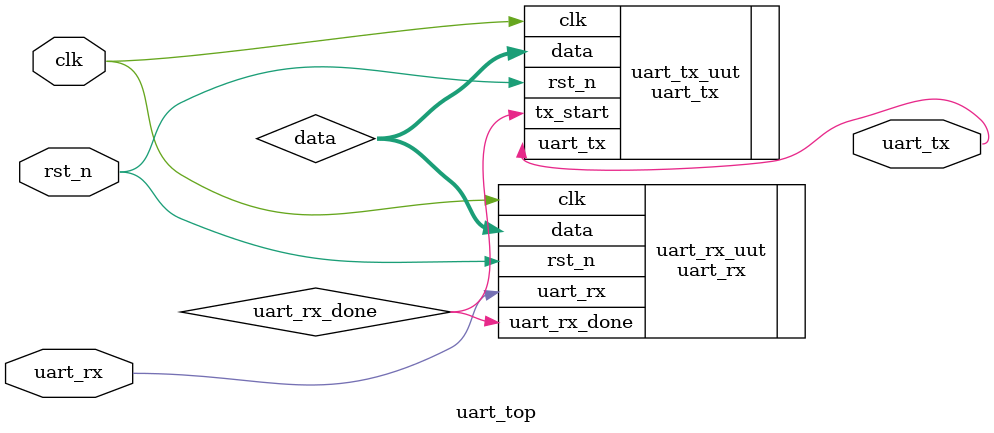
<source format=v>
module uart_top(
    input  clk,
    input  rst_n  ,
	input  uart_rx  ,
	output  uart_tx  
//    output wire [7:0] seg_sel,
//    output wire [7:0] segment
	
);
 
wire [7:0] data; 
wire uart_rx_done;
				
/*				
//数码管				
seg_num seg_disp_uut(
    .clk       (clk),
    .rst_n     (rst_n),
    .seg_sel   (seg_sel),
    .segment   (segment),
	 .data      (data)
 );
 */
 
//FPGA接收串口助手发来的数据 
uart_rx uart_rx_uut(
     .clk    (clk),
    .rst_n   (rst_n),
    .uart_rx (uart_rx),
    .uart_rx_done(uart_rx_done),
	 .data    (data)
);
	 
//FPGA把接收的数据发送到串口助手上	 	 
uart_tx uart_tx_uut(
   .clk     (clk),
   .rst_n   (rst_n),
   .uart_tx (uart_tx),
   .data    (data),
   .tx_start(uart_rx_done)
 );
	 
endmodule
</source>
